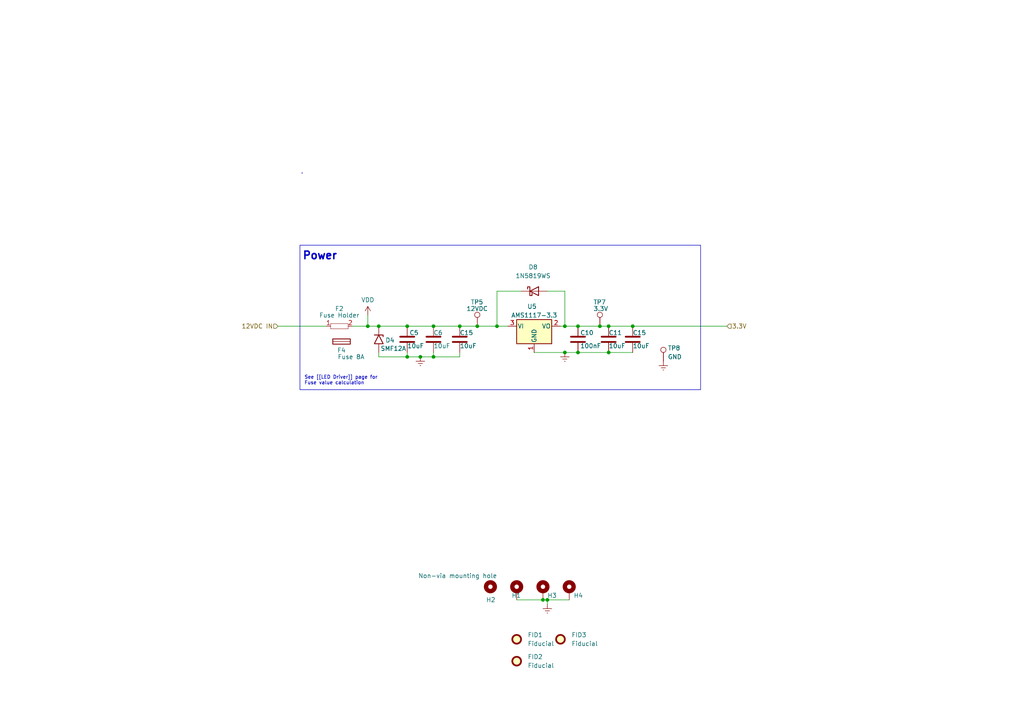
<source format=kicad_sch>
(kicad_sch (version 20230121) (generator eeschema)
  (paper "A4")
  (title_block (title "LED Strip Driver for 12V 5050 Strips") (date "2023-11-25") (rev "v1.0") (comment 1 "jacobbokor.com"))
  (lib_symbols
    (symbol "Connector:TestPoint" (pin_numbers hide) (pin_names (offset 0.762) hide)
      (property "Reference" "TP" (at 0 6.858 0))
      (property "Value" "TestPoint" (at 0 5.08 0))
      (symbol "TestPoint_0_1"
        (circle (center 0 3.302) (radius 0.762))
      )
      (symbol "TestPoint_1_1"
        (pin passive line (at 0 0 90) (length 2.54) (name "1") (number "1"))
      )
    )
    (symbol "Device:C" (pin_numbers hide) (pin_names (offset 0.254))
      (property "Reference" "C" (at 0.635 2.54 0))
      (property "Value" "C" (at 0.635 -2.54 0))
      (symbol "C_0_1"
        (polyline (pts (xy -2.032 -0.762) (xy 2.032 -0.762)) (stroke (width 0.508)))
        (polyline (pts (xy -2.032 0.762) (xy 2.032 0.762)) (stroke (width 0.508)))
      )
      (symbol "C_1_1"
        (pin passive line (at 0 3.81 270) (length 2.794) (name "~") (number "1"))
        (pin passive line (at 0 -3.81 90) (length 2.794) (name "~") (number "2"))
      )
    )
    (symbol "Device:D_Schottky" (pin_numbers hide) (pin_names (offset 1.016) hide)
      (property "Reference" "D" (at 0 2.54 0))
      (property "Value" "D_Schottky" (at 0 -2.54 0))
      (symbol "D_Schottky_0_1"
        (polyline (pts (xy 1.27 0) (xy -1.27 0)))
        (polyline (pts (xy 1.27 1.27) (xy 1.27 -1.27) (xy -1.27 0) (xy 1.27 1.27)) (stroke (width 0.254)))
        (polyline (pts (xy -1.905 0.635) (xy -1.905 1.27) (xy -1.27 1.27) (xy -1.27 -1.27) (xy -0.635 -1.27) (xy -0.635 -0.635)) (stroke (width 0.254)))
      )
      (symbol "D_Schottky_1_1"
        (pin passive line (at -3.81 0 0) (length 2.54) (name "K") (number "1"))
        (pin passive line (at 3.81 0 180) (length 2.54) (name "A") (number "2"))
      )
    )
    (symbol "Diode:SMF18A" (pin_numbers hide) (pin_names (offset 1.016) hide)
      (property "Reference" "D" (at 0 2.54 0))
      (property "Value" "SMF18A" (at 0 -2.54 0))
      (symbol "SMF18A_0_1"
        (polyline (pts (xy -0.762 1.27) (xy -1.27 1.27) (xy -1.27 -1.27)) (stroke (width 0.254)))
        (polyline (pts (xy 1.27 1.27) (xy 1.27 -1.27) (xy -1.27 0) (xy 1.27 1.27)) (stroke (width 0.254)))
      )
      (symbol "SMF18A_1_1"
        (pin passive line (at -3.81 0 0) (length 2.54) (name "A1") (number "1"))
        (pin passive line (at 3.81 0 180) (length 2.54) (name "A2") (number "2"))
      )
    )
    (symbol "Earth_1" (power) (pin_names (offset 0) hide)
      (symbol "Earth_1_0_1"
        (polyline (pts (xy -0.635 -1.905) (xy 0.635 -1.905)))
        (polyline (pts (xy -0.127 -2.54) (xy 0.127 -2.54)))
        (polyline (pts (xy 0 -1.27) (xy 0 0)))
        (polyline (pts (xy 1.27 -1.27) (xy -1.27 -1.27)))
      )
      (symbol "Earth_1_1_1"
        (pin power_in line (at 0 0 270) (length 0) hide (name "Earth") (number "1"))
      )
    )
    (symbol "Earth_2" (power) (pin_numbers hide) (pin_names (offset 0) hide)
      (symbol "Earth_2_0_1"
        (polyline (pts (xy -0.635 -1.905) (xy 0.635 -1.905)))
        (polyline (pts (xy -0.127 -2.54) (xy 0.127 -2.54)))
        (polyline (pts (xy 0 -1.27) (xy 0 0)))
        (polyline (pts (xy 1.27 -1.27) (xy -1.27 -1.27)))
      )
      (symbol "Earth_2_1_1"
        (pin power_in line (at 0 0 270) (length 0) hide (name "Earth") (number "1"))
      )
    )
    (symbol "Fuse-noLegs_1" (pin_numbers hide) (pin_names (offset 0)) (on_board no)
      (property "Reference" "F?" (at 5.715 0 90))
      (property "Value" "Fuse" (at 3.175 0 90))
      (symbol "Fuse-noLegs_1_0_1"
        (rectangle (start -0.762 -2.54) (end 0.762 2.54) (stroke (width 0.254)))
        (polyline (pts (xy 0 2.54) (xy 0 -2.54)))
      )
    )
    (symbol "Mechanical:Fiducial"
      (property "Reference" "FID" (at 0 5.08 0))
      (property "Value" "Fiducial" (at 0 3.175 0))
      (symbol "Fiducial_0_1"
        (circle (center 0 0) (radius 1.27) (stroke (width 0.508)) (fill (type background)))
      )
    )
    (symbol "Mechanical:MountingHole" (pin_names (offset 1.016))
      (property "Reference" "H" (at 0 5.08 0))
      (property "Value" "MountingHole" (at 0 3.175 0))
      (symbol "MountingHole_0_1"
        (circle (center 0 0) (radius 1.27) (stroke (width 1.27)))
      )
    )
    (symbol "Mechanical:MountingHole_Pad" (pin_numbers hide) (pin_names (offset 1.016) hide)
      (property "Reference" "H" (at 0 6.35 0))
      (property "Value" "MountingHole_Pad" (at 0 4.445 0))
      (symbol "MountingHole_Pad_0_1"
        (circle (center 0 1.27) (radius 1.27) (stroke (width 1.27)))
      )
      (symbol "MountingHole_Pad_1_1"
        (pin input line (at 0 -2.54 90) (length 2.54) (name "1") (number "1"))
      )
    )
    (symbol "Regulator_Linear:AMS1117-3.3" (pin_names (offset 0.254))
      (property "Reference" "U" (at -3.81 3.175 0))
      (property "Value" "AMS1117-3.3" (at 0 3.175 0))
      (symbol "AMS1117-3.3_0_1"
        (rectangle (start -5.08 -5.08) (end 5.08 1.905) (stroke (width 0.254)) (fill (type background)))
      )
      (symbol "AMS1117-3.3_1_1"
        (pin power_in line (at 0 -7.62 90) (length 2.54) (name "GND") (number "1"))
        (pin power_out line (at 7.62 0 180) (length 2.54) (name "VO") (number "2"))
        (pin power_in line (at -7.62 0 0) (length 2.54) (name "VI") (number "3"))
      )
    )
    (symbol "power:Earth" (power) (pin_names (offset 0))
      (symbol "Earth_0_1"
        (polyline (pts (xy -0.635 -1.905) (xy 0.635 -1.905)))
        (polyline (pts (xy -0.127 -2.54) (xy 0.127 -2.54)))
        (polyline (pts (xy 0 -1.27) (xy 0 0)))
        (polyline (pts (xy 1.27 -1.27) (xy -1.27 -1.27)))
      )
      (symbol "Earth_1_1"
        (pin power_in line (at 0 0 270) (length 0) hide (name "Earth") (number "1"))
      )
    )
    (symbol "power:VDD" (power) (pin_names (offset 0))
      (property "Value" "VDD" (at 0 3.81 0))
      (symbol "VDD_0_1"
        (polyline (pts (xy -0.762 1.27) (xy 0 2.54)))
        (polyline (pts (xy 0 0) (xy 0 2.54)))
        (polyline (pts (xy 0 2.54) (xy 0.762 1.27)))
      )
      (symbol "VDD_1_1"
        (pin power_in line (at 0 0 90) (length 0) hide (name "VDD") (number "1"))
      )
    )
    (symbol "projectlib:FuseHolder" (pin_names (offset 0))
      (property "Reference" "F2" (at 0 5.08 0))
      (property "Value" "Fuse Holder" (at 0 3.175 0))
      (symbol "FuseHolder_1_1"
        (rectangle (start -2.54 0.762) (end 2.54 -0.762) (stroke (width 0.11)))
        (pin passive line (at -3.81 0 0) (length 1.27) (name "~") (number "1"))
        (pin passive line (at 3.81 0 180) (length 1.27) (name "~") (number "2"))
      )
    )
  )
  (junction (at 157.48 173.99))
  (junction (at 167.64 94.615))
  (junction (at 167.64 102.235))
  (junction (at 121.92 103.505))
  (junction (at 144.145 94.615))
  (junction (at 125.73 94.615))
  (junction (at 118.11 94.615))
  (junction (at 163.83 94.615))
  (junction (at 138.43 94.615))
  (junction (at 176.53 94.615))
  (junction (at 133.35 94.615))
  (junction (at 106.68 94.615))
  (junction (at 118.11 103.505))
  (junction (at 183.515 94.615))
  (junction (at 163.83 102.235))
  (junction (at 176.53 102.235))
  (junction (at 173.99 94.615))
  (junction (at 158.75 173.99))
  (junction (at 125.73 103.505))
  (junction (at 109.855 94.615))
  (wire (pts (xy 167.64 102.235) (xy 176.53 102.235)))
  (wire (pts (xy 144.145 94.615) (xy 147.32 94.615)))
  (wire (pts (xy 158.75 173.99) (xy 158.75 175.26)))
  (wire (pts (xy 162.56 94.615) (xy 163.83 94.615)))
  (wire (pts (xy 133.35 94.615) (xy 138.43 94.615)))
  (wire (pts (xy 151.13 84.455) (xy 144.145 84.455)))
  (wire (pts (xy 80.645 94.615) (xy 94.615 94.615)))
  (wire (pts (xy 121.92 103.505) (xy 125.73 103.505)))
  (wire (pts (xy 163.83 84.455) (xy 163.83 94.615)))
  (wire (pts (xy 210.82 94.615) (xy 183.515 94.615)))
  (wire (pts (xy 109.855 102.235) (xy 109.855 103.505)))
  (wire (pts (xy 138.43 94.615) (xy 144.145 94.615)))
  (wire (pts (xy 102.235 94.615) (xy 106.68 94.615)))
  (wire (pts (xy 144.145 84.455) (xy 144.145 94.615)))
  (wire (pts (xy 109.855 103.505) (xy 118.11 103.505)))
  (wire (pts (xy 118.11 94.615) (xy 125.73 94.615)))
  (wire (pts (xy 173.99 94.615) (xy 176.53 94.615)))
  (wire (pts (xy 154.94 102.235) (xy 163.83 102.235)))
  (wire (pts (xy 125.73 103.505) (xy 133.35 103.505)))
  (wire (pts (xy 133.35 102.235) (xy 133.35 103.505)))
  (wire (pts (xy 125.73 94.615) (xy 133.35 94.615)))
  (wire (pts (xy 106.68 91.44) (xy 106.68 94.615)))
  (wire (pts (xy 158.75 173.99) (xy 165.1 173.99)))
  (wire (pts (xy 118.11 103.505) (xy 121.92 103.505)))
  (wire (pts (xy 183.515 94.615) (xy 176.53 94.615)))
  (wire (pts (xy 109.855 94.615) (xy 118.11 94.615)))
  (wire (pts (xy 163.83 102.235) (xy 167.64 102.235)))
  (wire (pts (xy 118.11 103.505) (xy 118.11 102.235)))
  (wire (pts (xy 157.48 173.99) (xy 158.75 173.99)))
  (wire (pts (xy 167.64 94.615) (xy 173.99 94.615)))
  (wire (pts (xy 163.83 94.615) (xy 167.64 94.615)))
  (wire (pts (xy 176.53 102.235) (xy 183.515 102.235)))
  (wire (pts (xy 158.75 84.455) (xy 163.83 84.455)))
  (wire (pts (xy 106.68 94.615) (xy 109.855 94.615)))
  (wire (pts (xy 125.73 103.505) (xy 125.73 102.235)))
  (wire (pts (xy 149.86 173.99) (xy 157.48 173.99)))
  (rectangle (start 87.63 50.165) (end 87.63 50.165))
  (circle (center 87.63 50.165) (radius 0.0001))
  (rectangle (start 86.995 71.12) (end 203.2 113.03))
  (text "See [[LED Driver]] page for \nFuse value calculation" (at 88.265 111.76 0) (effects (font (size 1 1)) (justify left bottom)))
  (text "Power\n" (at 87.63 75.565 0) (effects (font (size 2.2 2.2) (thickness 0.44) bold) (justify left bottom)))
  (hierarchical_label "3.3V" (shape input) (at 210.82 94.615 0))
  (hierarchical_label "12VDC IN" (shape input) (at 80.645 94.615 180))
  (symbol (lib_id "Mechanical:MountingHole_Pad") (at 157.48 171.45 0) (unit 1) (in_bom no)
    (property "Reference" "H3" (at 158.75 172.72 0) (effects (justify left)))
    (property "Value" "MountingHole_Pad" (effects hide))
    (property "Footprint" "MountingHole:MountingHole_2.2mm_M2_Pad_Via" (effects hide))
    (property "LCSC" "-" (effects hide))
  )
  (symbol (lib_id "Device:D_Schottky") (at 154.94 84.455 0) (unit 1)
    (property "Reference" "D8" (at 154.6225 77.47 0))
    (property "Value" "1N5819WS" (at 154.6225 80.01 0))
    (property "Footprint" "Diode_SMD:D_SOD-323_HandSoldering" (effects hide))
    (property "LCSC" "C191023" (effects hide))
    (instances (project "Power_and_board" (path "" (reference "D8") (unit 1))) (project "iot_led_strip_pcb" (path "" (reference "D8") (unit 1))) (project "iot_pwm_leddriver" (path "" (reference "D9") (unit 1))))
  )
  (symbol (lib_id "Connector:TestPoint") (at 173.99 94.615 0) (unit 1) (in_bom no)
    (property "Reference" "TP7" (at 172.085 87.63 0) (effects (justify left)))
    (property "Value" "3.3V" (at 172.085 89.535 0) (effects (justify left)))
    (property "Footprint" "TestPoint:TestPoint_Pad_D2.0mm" (effects hide))
    (property "LCSC" "-" (effects hide))
    (instances (project "Power_and_board" (path "" (reference "TP7") (unit 1))) (project "iot_led_strip_pcb" (path "" (reference "TP7") (unit 1))) (project "iot_pwm_leddriver" (path "" (reference "TP5") (unit 1))))
  )
  (symbol (lib_id "Connector:TestPoint") (at 138.43 94.615 0) (unit 1) (in_bom no)
    (property "Reference" "TP5" (at 136.525 87.63 0) (effects (justify left)))
    (property "Value" "12VDC" (at 135.255 89.535 0) (effects (justify left)))
    (property "Footprint" "TestPoint:TestPoint_Pad_D2.0mm" (effects hide))
    (property "LCSC" "-" (effects hide))
    (instances (project "Power_and_board" (path "" (reference "TP5") (unit 1))) (project "iot_led_strip_pcb" (path "" (reference "TP5") (unit 1))) (project "iot_pwm_leddriver" (path "" (reference "TP3") (unit 1))))
  )
  (symbol (lib_id "Regulator_Linear:AMS1117-3.3") (at 154.94 94.615 0) (unit 1)
    (property "Reference" "U5" (at 154.305 88.9 0))
    (property "Value" "AMS1117-3.3" (at 154.94 91.44 0))
    (property "Footprint" "Package_TO_SOT_SMD:SOT-223-3_TabPin2" (effects hide))
    (property "Datasheet" "http://www.advanced-monolithic.com/pdf/ds1117.pdf" (effects hide))
    (property "Vendor" "https://www.lcsc.com/product-detail/Linear-span-style-background-color-ff0-Voltage-span-Regulators-LDO_UMW-Youtai-Semiconductor-Co-Ltd-AMS1117-3-3_C347222.html" (effects hide))
    (property "LCSC" "C6186" (effects hide))
    (instances (project "Power_and_board" (path "" (reference "U5") (unit 1))) (project "iot_led_strip_pcb" (path "" (reference "U5") (unit 1))) (project "iot_pwm_leddriver" (path "" (reference "U7") (unit 1))))
  )
  (symbol (lib_name "Earth_2") (lib_id "power:Earth") (at 158.75 175.26 0) (unit 1)
    (property "Reference" "#PWR035" (effects hide))
    (property "Value" "Earth" (effects hide))
    (instances (project "iot_led_strip_pcb" (path "" (reference "#PWR035") (unit 1))) (project "iot_pwm_leddriver" (path "" (reference "#PWR011") (unit 1))))
  )
  (symbol (lib_id "power:Earth") (at 121.92 103.505 0) (unit 1)
    (property "Reference" "#PWR030" (effects hide))
    (property "Value" "Earth" (effects hide))
    (instances (project "Power_and_board" (path "" (reference "#PWR030") (unit 1))) (project "iot_led_strip_pcb" (path "" (reference "#PWR030") (unit 1))) (project "iot_pwm_leddriver" (path "" (reference "#PWR025") (unit 1))))
  )
  (symbol (lib_id "Device:C") (at 167.64 98.425 0) (unit 1)
    (property "Reference" "C10" (at 168.275 96.52 0) (effects (justify left)))
    (property "Value" "100nF" (at 168.275 100.33 0) (effects (justify left)))
    (property "Footprint" "Capacitor_SMD:C_0805_2012Metric_Pad1.18x1.45mm_HandSolder" (effects hide))
    (property "Vendor" "https://www.lcsc.com/product-detail/Multilayer-Ceramic-Capacitors-MLCC-SMD-SMT_FH-Guangdong-Fenghua-Advanced-Tech-0805B104K500NT_C38141.html" (effects hide))
    (property "LCSC" "C49678" (effects hide))
    (instances (project "Power_and_board" (path "" (reference "C10") (unit 1))) (project "iot_led_strip_pcb" (path "" (reference "C10") (unit 1))) (project "iot_pwm_leddriver" (path "" (reference "C16") (unit 1))))
  )
  (symbol (lib_id "Diode:SMF18A") (at 109.855 98.425 270) (unit 1)
    (property "Reference" "D4" (at 111.76 98.679 90) (effects (justify left)))
    (property "Value" "SMF12A" (at 110.363 101.092 90) (effects (justify left)))
    (property "Footprint" "Diode_SMD:D_SMF" (effects hide))
    (property "Datasheet" "https://www.vishay.com/doc?85881" (effects hide))
    (property "LCSC" "C726901" (effects hide))
    (instances (project "Power_and_board" (path "" (reference "D4") (unit 1))) (project "iot_led_strip_pcb" (path "" (reference "D4") (unit 1))) (project "iot_pwm_leddriver" (path "" (reference "D5") (unit 1))))
  )
  (symbol (lib_id "Mechanical:MountingHole_Pad") (at 165.1 171.45 0) (unit 1) (in_bom no)
    (property "Reference" "H4" (at 166.37 172.72 0) (effects (justify left)))
    (property "Value" "MountingHole_Pad" (effects hide))
    (property "Footprint" "MountingHole:MountingHole_2.2mm_M2_Pad_Via" (effects hide))
    (property "LCSC" "-" (effects hide))
  )
  (symbol (lib_id "projectlib:FuseHolder") (at 98.425 94.615 0) (unit 1)
    (property "Reference" "F2" (at 98.425 89.535 0))
    (property "Value" "Fuse Holder" (at 98.425 91.44 0))
    (property "Footprint" "jmux-footprints:FUSE-TH_XF-505P" (effects hide))
    (property "Description" "https://www.lcsc.com/product-detail/Fuse-Holders_XFCN-XF-505P_C843270.html" (effects hide))
    (property "LCSC" "C843270" (effects hide))
  )
  (symbol (lib_id "Mechanical:MountingHole_Pad") (at 149.86 171.45 0) (unit 1) (in_bom no)
    (property "Reference" "H1" (at 151.13 172.72 0) (effects (justify right)))
    (property "Value" "MountingHole_Pad" (effects hide))
    (property "Footprint" "MountingHole:MountingHole_2.2mm_M2_Pad_Via" (effects hide))
    (property "LCSC" "-" (effects hide))
  )
  (symbol (lib_id "Device:C") (at 125.73 98.425 0) (unit 1)
    (property "Reference" "C6" (at 125.73 96.52 0) (effects (justify left)))
    (property "Value" "10uF" (at 125.73 100.33 0) (effects (justify left)))
    (property "Footprint" "Capacitor_SMD:C_0805_2012Metric_Pad1.18x1.45mm_HandSolder" (effects hide))
    (property "Vendor" "https://www.lcsc.com/product-detail/Multilayer-Ceramic-Capacitors-MLCC-SMD-SMT_Murata-Electronics-GRM21BR61C106KE15L_C77075.html" (effects hide))
    (property "LCSC" "C15850" (effects hide))
    (instances (project "Power_and_board" (path "" (reference "C6") (unit 1))) (project "iot_led_strip_pcb" (path "" (reference "C6") (unit 1))) (project "iot_pwm_leddriver" (path "" (reference "C10") (unit 1))))
  )
  (symbol (lib_id "Mechanical:Fiducial") (at 162.56 185.42 0) (unit 1) (in_bom no)
    (property "Reference" "FID3" (at 165.735 184.1499 0) (effects (justify left)))
    (property "Value" "Fiducial" (at 165.735 186.6899 0) (effects (justify left)))
    (property "Footprint" "Fiducial:Fiducial_0.5mm_Mask1mm" (effects hide))
    (property "LCSC" "-" (effects hide))
  )
  (symbol (lib_id "Connector:TestPoint") (at 192.405 104.775 0) (unit 1) (in_bom no)
    (property "Reference" "TP8" (at 193.675 100.965 0) (effects (justify left)))
    (property "Value" "GND" (at 193.675 103.505 0) (effects (justify left)))
    (property "Footprint" "TestPoint:TestPoint_Pad_D2.0mm" (effects hide))
    (property "LCSC" "-" (effects hide))
    (instances (project "Power_and_board" (path "" (reference "TP8") (unit 1))) (project "iot_led_strip_pcb" (path "" (reference "TP8") (unit 1))) (project "iot_pwm_leddriver" (path "" (reference "TP6") (unit 1))))
  )
  (symbol (lib_id "Device:C") (at 183.515 98.425 0) (unit 1)
    (property "Reference" "C15" (at 183.515 96.52 0) (effects (justify left)))
    (property "Value" "10uF" (at 183.515 100.33 0) (effects (justify left)))
    (property "Footprint" "Capacitor_SMD:C_0805_2012Metric_Pad1.18x1.45mm_HandSolder" (effects hide))
    (property "Vendor" "https://www.lcsc.com/product-detail/Multilayer-Ceramic-Capacitors-MLCC-SMD-SMT_Murata-Electronics-GRM21BR61C106KE15L_C77075.html" (effects hide))
    (property "LCSC" "C15850" (effects hide))
    (instances (project "Power_and_board" (path "" (reference "C15") (unit 1))) (project "iot_led_strip_pcb" (path "" (reference "C15") (unit 1))) (project "iot_pwm_leddriver" (path "" (reference "C5") (unit 1))))
  )
  (symbol (lib_id "Device:C") (at 118.11 98.425 0) (unit 1)
    (property "Reference" "C5" (at 118.745 96.52 0) (effects (justify left)))
    (property "Value" "10uF" (at 118.11 100.33 0) (effects (justify left)))
    (property "Footprint" "Capacitor_SMD:C_0805_2012Metric_Pad1.18x1.45mm_HandSolder" (effects hide))
    (property "Vendor" "https://www.lcsc.com/product-detail/Multilayer-Ceramic-Capacitors-MLCC-SMD-SMT_Murata-Electronics-GRM21BR61C106KE15L_C77075.html" (effects hide))
    (property "LCSC" "C15850" (effects hide))
    (instances (project "Power_and_board" (path "" (reference "C5") (unit 1))) (project "iot_led_strip_pcb" (path "" (reference "C5") (unit 1))) (project "iot_pwm_leddriver" (path "" (reference "C9") (unit 1))))
  )
  (symbol (lib_id "Mechanical:Fiducial") (at 149.86 185.42 0) (unit 1) (in_bom no)
    (property "Reference" "FID1" (at 153.035 184.1499 0) (effects (justify left)))
    (property "Value" "Fiducial" (at 153.035 186.6899 0) (effects (justify left)))
    (property "Footprint" "Fiducial:Fiducial_0.5mm_Mask1mm" (effects hide))
    (property "LCSC" "-" (effects hide))
  )
  (symbol (lib_id "Device:C") (at 133.35 98.425 0) (unit 1)
    (property "Reference" "C15" (at 133.35 96.52 0) (effects (justify left)))
    (property "Value" "10uF" (at 133.35 100.33 0) (effects (justify left)))
    (property "Footprint" "Capacitor_SMD:C_0805_2012Metric_Pad1.18x1.45mm_HandSolder" (effects hide))
    (property "Vendor" "https://www.lcsc.com/product-detail/Multilayer-Ceramic-Capacitors-MLCC-SMD-SMT_Murata-Electronics-GRM21BR61C106KE15L_C77075.html" (effects hide))
    (property "LCSC" "C15850" (effects hide))
    (instances (project "Power_and_board" (path "" (reference "C15") (unit 1))) (project "iot_led_strip_pcb" (path "" (reference "C15") (unit 1))) (project "iot_pwm_leddriver" (path "" (reference "C11") (unit 1))))
  )
  (symbol (lib_id "power:Earth") (at 163.83 102.235 0) (unit 1)
    (property "Reference" "#PWR033" (effects hide))
    (property "Value" "Earth" (effects hide))
    (instances (project "Power_and_board" (path "" (reference "#PWR033") (unit 1))) (project "iot_led_strip_pcb" (path "" (reference "#PWR033") (unit 1))) (project "iot_pwm_leddriver" (path "" (reference "#PWR029") (unit 1))))
  )
  (symbol (lib_name "Fuse-noLegs_1") (lib_id "projectlib:Fuse-noLegs") (at 99.06 99.06 90) (unit 1) (on_board no)
    (property "Reference" "F4" (at 97.79 101.6 90) (effects (justify right)))
    (property "Value" "Fuse 8A" (at 97.917 103.505 90) (effects (justify right)))
    (property "LCSC" "-" (effects hide))
  )
  (symbol (lib_id "Mechanical:Fiducial") (at 149.86 191.77 0) (unit 1) (in_bom no)
    (property "Reference" "FID2" (at 153.035 190.4999 0) (effects (justify left)))
    (property "Value" "Fiducial" (at 153.035 193.0399 0) (effects (justify left)))
    (property "Footprint" "Fiducial:Fiducial_0.5mm_Mask1mm" (effects hide))
    (property "LCSC" "-" (effects hide))
  )
  (symbol (lib_id "power:VDD") (at 106.68 91.44 0) (unit 1)
    (property "Reference" "#PWR022" (effects hide))
    (property "Value" "VDD" (at 106.68 86.995 0))
  )
  (symbol (lib_id "Device:C") (at 176.53 98.425 0) (unit 1)
    (property "Reference" "C11" (at 176.53 96.52 0) (effects (justify left)))
    (property "Value" "10uF" (at 176.53 100.33 0) (effects (justify left)))
    (property "Footprint" "Capacitor_SMD:C_0805_2012Metric_Pad1.18x1.45mm_HandSolder" (effects hide))
    (property "Vendor" "https://www.lcsc.com/product-detail/Multilayer-Ceramic-Capacitors-MLCC-SMD-SMT_Murata-Electronics-GRM21BR61C106KE15L_C77075.html" (effects hide))
    (property "LCSC" "C15850" (effects hide))
    (instances (project "Power_and_board" (path "" (reference "C11") (unit 1))) (project "iot_led_strip_pcb" (path "" (reference "C11") (unit 1))) (project "iot_pwm_leddriver" (path "" (reference "C17") (unit 1))))
  )
  (symbol (lib_name "Earth_1") (lib_id "power:Earth") (at 192.405 104.775 0) (unit 1)
    (property "Reference" "#PWR034" (effects hide))
    (property "Value" "Earth" (effects hide))
    (instances (project "Power_and_board" (path "" (reference "#PWR034") (unit 1))) (project "iot_led_strip_pcb" (path "" (reference "#PWR034") (unit 1))) (project "iot_pwm_leddriver" (path "" (reference "#PWR030") (unit 1))))
  )
  (symbol (lib_id "Mechanical:MountingHole") (at 142.24 170.18 0) (unit 1) (in_bom no)
    (property "Reference" "H2" (at 140.97 173.99 0) (effects (justify left)))
    (property "Value" "Non-via mounting hole" (at 121.285 167.005 0) (effects (justify left)))
    (property "Footprint" "MountingHole:MountingHole_2.2mm_M2_ISO7380" (effects hide))
    (property "Sim.Enable" "0" (effects hide))
    (property "LCSC" "-" (effects hide))
  )
)
</source>
